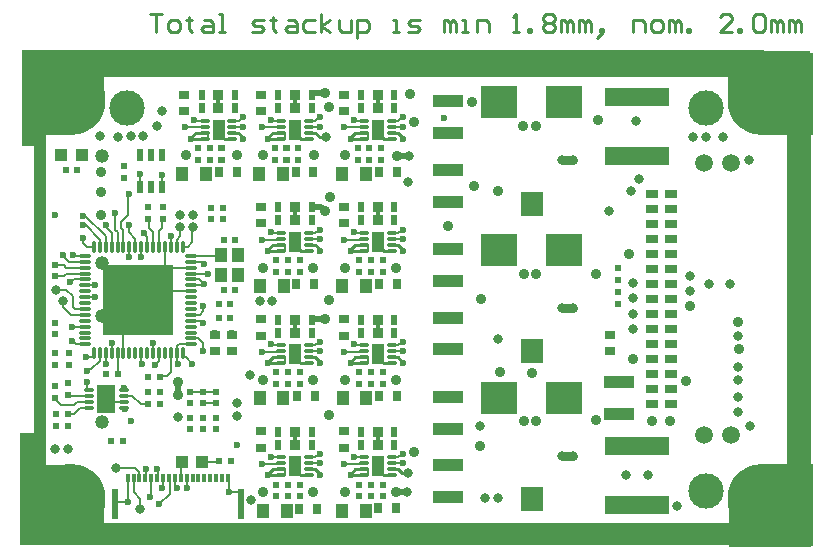
<source format=gtl>
G04 Layer_Physical_Order=1*
G04 Layer_Color=255*
%FSLAX44Y44*%
%MOMM*%
G71*
G01*
G75*
%ADD10R,3.1000X2.8000*%
%ADD11R,1.9000X2.0000*%
%ADD12R,0.2000X0.5000*%
%ADD13R,1.0000X1.7000*%
G04:AMPARAMS|DCode=14|XSize=0.3mm|YSize=0.8mm|CornerRadius=0.075mm|HoleSize=0mm|Usage=FLASHONLY|Rotation=270.000|XOffset=0mm|YOffset=0mm|HoleType=Round|Shape=RoundedRectangle|*
%AMROUNDEDRECTD14*
21,1,0.3000,0.6500,0,0,270.0*
21,1,0.1500,0.8000,0,0,270.0*
1,1,0.1500,-0.3250,-0.0750*
1,1,0.1500,-0.3250,0.0750*
1,1,0.1500,0.3250,0.0750*
1,1,0.1500,0.3250,-0.0750*
%
%ADD14ROUNDEDRECTD14*%
%ADD15R,1.1000X1.0000*%
%ADD16R,0.9000X0.8000*%
%ADD17R,0.7000X0.9000*%
%ADD18R,0.6000X0.9000*%
%ADD19R,0.9000X0.9000*%
%ADD20R,0.3000X0.4000*%
%ADD21R,1.1000X1.2000*%
%ADD22R,0.3000X0.7000*%
%ADD23R,0.6000X2.6000*%
%ADD24R,1.6500X2.4000*%
%ADD25R,6.0000X6.0000*%
G04:AMPARAMS|DCode=26|XSize=0.3mm|YSize=1mm|CornerRadius=0.12mm|HoleSize=0mm|Usage=FLASHONLY|Rotation=90.000|XOffset=0mm|YOffset=0mm|HoleType=Round|Shape=RoundedRectangle|*
%AMROUNDEDRECTD26*
21,1,0.3000,0.7600,0,0,90.0*
21,1,0.0600,1.0000,0,0,90.0*
1,1,0.2400,0.3800,0.0300*
1,1,0.2400,0.3800,-0.0300*
1,1,0.2400,-0.3800,-0.0300*
1,1,0.2400,-0.3800,0.0300*
%
%ADD26ROUNDEDRECTD26*%
G04:AMPARAMS|DCode=27|XSize=0.3mm|YSize=1mm|CornerRadius=0.12mm|HoleSize=0mm|Usage=FLASHONLY|Rotation=180.000|XOffset=0mm|YOffset=0mm|HoleType=Round|Shape=RoundedRectangle|*
%AMROUNDEDRECTD27*
21,1,0.3000,0.7600,0,0,180.0*
21,1,0.0600,1.0000,0,0,180.0*
1,1,0.2400,-0.0300,0.3800*
1,1,0.2400,0.0300,0.3800*
1,1,0.2400,0.0300,-0.3800*
1,1,0.2400,-0.0300,-0.3800*
%
%ADD27ROUNDEDRECTD27*%
%ADD28R,2.6000X1.1000*%
%ADD29R,0.6000X1.0500*%
%ADD30R,1.1400X0.7500*%
%ADD31R,0.6000X0.6000*%
%ADD32R,0.6000X0.6000*%
%ADD33R,1.0000X1.3000*%
%ADD34R,5.4000X1.5000*%
%ADD35C,0.2000*%
%ADD36C,0.5000*%
%ADD37C,0.2500*%
%ADD38C,0.2200*%
%ADD39C,0.8000*%
%ADD40C,0.2540*%
%ADD41R,4.2000X6.1500*%
%ADD42R,2.0750X33.7300*%
%ADD43R,6.9750X4.2000*%
%ADD44R,58.7500X1.9250*%
%ADD45R,1.0000X33.7000*%
%ADD46R,58.8500X2.3000*%
%ADD47C,1.1900*%
%ADD48C,3.0000*%
%ADD49C,6.0000*%
%ADD50C,1.5000*%
%ADD51C,0.8000*%
%ADD52C,0.9000*%
%ADD53C,0.6000*%
%ADD54C,0.7000*%
%ADD55R,1.6750X3.9000*%
%ADD56R,1.6750X5.5750*%
%ADD57R,1.6750X0.9000*%
%ADD58R,0.9000X1.6750*%
%ADD59R,1.4000X33.7300*%
%ADD60R,4.2000X6.9750*%
%ADD61R,6.4000X4.2000*%
%ADD62R,58.7500X1.1250*%
%ADD63R,58.8000X1.6000*%
D10*
X363821Y85743D02*
D03*
X418821D02*
D03*
Y210742D02*
D03*
X363821D02*
D03*
Y335742D02*
D03*
X418821D02*
D03*
D11*
X391321Y-258D02*
D03*
Y124742D02*
D03*
Y249743D02*
D03*
D12*
X117250Y307500D02*
D03*
X182250D02*
D03*
X252250D02*
D03*
Y212500D02*
D03*
X182250D02*
D03*
X252250Y117500D02*
D03*
X182250D02*
D03*
X252250Y22500D02*
D03*
X182250D02*
D03*
D13*
X126000Y312500D02*
D03*
X191000D02*
D03*
X261000D02*
D03*
Y217500D02*
D03*
X191000D02*
D03*
X261000Y122500D02*
D03*
X191000D02*
D03*
X261000Y27500D02*
D03*
X191000D02*
D03*
D14*
X114250Y305000D02*
D03*
Y310000D02*
D03*
Y315000D02*
D03*
Y320000D02*
D03*
X137750D02*
D03*
Y315000D02*
D03*
Y310000D02*
D03*
Y305000D02*
D03*
X179250D02*
D03*
Y310000D02*
D03*
Y315000D02*
D03*
Y320000D02*
D03*
X202750D02*
D03*
Y315000D02*
D03*
Y310000D02*
D03*
Y305000D02*
D03*
X249250D02*
D03*
Y310000D02*
D03*
Y315000D02*
D03*
Y320000D02*
D03*
X272750D02*
D03*
Y315000D02*
D03*
Y310000D02*
D03*
Y305000D02*
D03*
X249250Y210000D02*
D03*
Y215000D02*
D03*
Y220000D02*
D03*
Y225000D02*
D03*
X272750D02*
D03*
Y220000D02*
D03*
Y215000D02*
D03*
Y210000D02*
D03*
X179250D02*
D03*
Y215000D02*
D03*
Y220000D02*
D03*
Y225000D02*
D03*
X202750D02*
D03*
Y220000D02*
D03*
Y215000D02*
D03*
Y210000D02*
D03*
X249250Y115000D02*
D03*
Y120000D02*
D03*
Y125000D02*
D03*
Y130000D02*
D03*
X272750D02*
D03*
Y125000D02*
D03*
Y120000D02*
D03*
Y115000D02*
D03*
X179250D02*
D03*
Y120000D02*
D03*
Y125000D02*
D03*
Y130000D02*
D03*
X202750D02*
D03*
Y125000D02*
D03*
Y120000D02*
D03*
Y115000D02*
D03*
X249250Y20000D02*
D03*
Y25000D02*
D03*
Y30000D02*
D03*
Y35000D02*
D03*
X272750D02*
D03*
Y30000D02*
D03*
Y25000D02*
D03*
Y20000D02*
D03*
X179250D02*
D03*
Y25000D02*
D03*
Y30000D02*
D03*
Y35000D02*
D03*
X202750D02*
D03*
Y30000D02*
D03*
Y25000D02*
D03*
Y20000D02*
D03*
X16000Y77250D02*
D03*
Y82250D02*
D03*
Y87250D02*
D03*
Y92250D02*
D03*
X46000D02*
D03*
Y87250D02*
D03*
Y82250D02*
D03*
Y77250D02*
D03*
D15*
X10000Y290750D02*
D03*
X-7000D02*
D03*
X112000Y31500D02*
D03*
X95000D02*
D03*
D16*
X97000Y328250D02*
D03*
Y342250D02*
D03*
X162000Y328250D02*
D03*
Y342250D02*
D03*
X232000Y328250D02*
D03*
Y342250D02*
D03*
X162000Y233250D02*
D03*
Y247250D02*
D03*
X232000Y233250D02*
D03*
Y247250D02*
D03*
Y138250D02*
D03*
Y152250D02*
D03*
X162000Y138250D02*
D03*
Y152250D02*
D03*
Y43250D02*
D03*
Y57250D02*
D03*
X232000Y43250D02*
D03*
Y57250D02*
D03*
X137000Y139000D02*
D03*
Y125000D02*
D03*
X123000Y139000D02*
D03*
Y125000D02*
D03*
X457500Y124750D02*
D03*
Y138750D02*
D03*
D17*
X126250Y277000D02*
D03*
X141250D02*
D03*
X191250D02*
D03*
X206250D02*
D03*
X261750D02*
D03*
X276750D02*
D03*
X261750Y182000D02*
D03*
X276750D02*
D03*
X191750D02*
D03*
X206750D02*
D03*
X262250Y87000D02*
D03*
X277250D02*
D03*
X192250D02*
D03*
X207250D02*
D03*
X261250Y-8000D02*
D03*
X276250D02*
D03*
X194500Y-8250D02*
D03*
X209500D02*
D03*
D18*
X139750Y341750D02*
D03*
Y330750D02*
D03*
X111750D02*
D03*
Y341750D02*
D03*
X204750D02*
D03*
Y330750D02*
D03*
X176750D02*
D03*
Y341750D02*
D03*
X274750D02*
D03*
Y330750D02*
D03*
X246750D02*
D03*
Y341750D02*
D03*
X274750Y246750D02*
D03*
Y235750D02*
D03*
X246750D02*
D03*
Y246750D02*
D03*
X204750D02*
D03*
Y235750D02*
D03*
X176750D02*
D03*
Y246750D02*
D03*
X274750Y151750D02*
D03*
Y140750D02*
D03*
X246750D02*
D03*
Y151750D02*
D03*
X204750D02*
D03*
Y140750D02*
D03*
X176750D02*
D03*
Y151750D02*
D03*
X274750Y56750D02*
D03*
Y45750D02*
D03*
X246750D02*
D03*
Y56750D02*
D03*
X204750D02*
D03*
Y45750D02*
D03*
X176750D02*
D03*
Y56750D02*
D03*
D19*
X125750Y330750D02*
D03*
Y341750D02*
D03*
X190750Y330750D02*
D03*
Y341750D02*
D03*
X260750Y330750D02*
D03*
Y341750D02*
D03*
Y235750D02*
D03*
Y246750D02*
D03*
X190750Y235750D02*
D03*
Y246750D02*
D03*
X260750Y140750D02*
D03*
Y151750D02*
D03*
X190750Y140750D02*
D03*
Y151750D02*
D03*
X260750Y45750D02*
D03*
Y56750D02*
D03*
X190750Y45750D02*
D03*
Y56750D02*
D03*
D20*
X125750Y336250D02*
D03*
X190750D02*
D03*
X260750D02*
D03*
Y241250D02*
D03*
X190750D02*
D03*
X260750Y146250D02*
D03*
X190750D02*
D03*
X260750Y51250D02*
D03*
X190750D02*
D03*
D21*
X142250Y189500D02*
D03*
Y206500D02*
D03*
X128250D02*
D03*
Y189500D02*
D03*
D22*
X94000Y17500D02*
D03*
X89000D02*
D03*
X84000D02*
D03*
X79000D02*
D03*
X74000D02*
D03*
X69000D02*
D03*
X64000D02*
D03*
X59000D02*
D03*
X54000D02*
D03*
X49000D02*
D03*
X99000D02*
D03*
X104000D02*
D03*
X109000D02*
D03*
X114000D02*
D03*
X119000D02*
D03*
X124000D02*
D03*
X129000D02*
D03*
X134000D02*
D03*
D23*
X145000Y-4500D02*
D03*
X38000D02*
D03*
D24*
X31000Y84750D02*
D03*
D25*
X58000Y168250D02*
D03*
D26*
X13000Y130750D02*
D03*
Y135750D02*
D03*
Y140750D02*
D03*
Y145750D02*
D03*
Y150750D02*
D03*
Y155750D02*
D03*
Y160750D02*
D03*
Y165750D02*
D03*
Y170750D02*
D03*
Y175750D02*
D03*
Y180750D02*
D03*
Y185750D02*
D03*
Y190750D02*
D03*
Y195750D02*
D03*
Y200750D02*
D03*
Y205750D02*
D03*
X103000D02*
D03*
Y200750D02*
D03*
Y195750D02*
D03*
Y190750D02*
D03*
Y185750D02*
D03*
Y180750D02*
D03*
Y175750D02*
D03*
Y170750D02*
D03*
Y165750D02*
D03*
Y160750D02*
D03*
Y155750D02*
D03*
Y150750D02*
D03*
Y145750D02*
D03*
Y140750D02*
D03*
Y135750D02*
D03*
Y130750D02*
D03*
D27*
X20500Y213250D02*
D03*
X25500D02*
D03*
X30500D02*
D03*
X35500D02*
D03*
X40500D02*
D03*
X45500D02*
D03*
X50500D02*
D03*
X55500D02*
D03*
X60500D02*
D03*
X65500D02*
D03*
X70500D02*
D03*
X75500D02*
D03*
X80500D02*
D03*
X85500D02*
D03*
X90500D02*
D03*
X95500D02*
D03*
Y123250D02*
D03*
X90500D02*
D03*
X85500D02*
D03*
X80500D02*
D03*
X75500D02*
D03*
X70500D02*
D03*
X65500D02*
D03*
X60500D02*
D03*
X55500D02*
D03*
X50500D02*
D03*
X45500D02*
D03*
X40500D02*
D03*
X35500D02*
D03*
X30500D02*
D03*
X25500D02*
D03*
X20500D02*
D03*
D28*
X465000Y98500D02*
D03*
Y71500D02*
D03*
X320000Y28500D02*
D03*
Y1500D02*
D03*
Y153500D02*
D03*
Y126500D02*
D03*
Y278500D02*
D03*
Y251500D02*
D03*
X320071Y86493D02*
D03*
Y59493D02*
D03*
Y211493D02*
D03*
Y184492D02*
D03*
Y336493D02*
D03*
Y309492D02*
D03*
D29*
X78250Y291000D02*
D03*
X68750D02*
D03*
X59250D02*
D03*
Y264000D02*
D03*
X68750D02*
D03*
X78250D02*
D03*
D30*
X493250Y80450D02*
D03*
Y93150D02*
D03*
Y105850D02*
D03*
Y118550D02*
D03*
Y131250D02*
D03*
Y143950D02*
D03*
Y156650D02*
D03*
Y169350D02*
D03*
Y182050D02*
D03*
Y194750D02*
D03*
Y207450D02*
D03*
Y220150D02*
D03*
Y232850D02*
D03*
Y245550D02*
D03*
Y258250D02*
D03*
X508850D02*
D03*
Y245550D02*
D03*
Y232850D02*
D03*
Y220150D02*
D03*
Y207450D02*
D03*
Y194750D02*
D03*
Y182050D02*
D03*
Y169350D02*
D03*
Y156650D02*
D03*
Y143950D02*
D03*
Y131250D02*
D03*
Y118550D02*
D03*
Y105850D02*
D03*
Y93150D02*
D03*
Y80450D02*
D03*
D31*
X464000Y165250D02*
D03*
Y175250D02*
D03*
Y195000D02*
D03*
Y185000D02*
D03*
X112750Y68750D02*
D03*
Y58750D02*
D03*
X102000Y68750D02*
D03*
Y58750D02*
D03*
X123500D02*
D03*
Y68750D02*
D03*
X130000Y246500D02*
D03*
Y236500D02*
D03*
X119250D02*
D03*
Y246500D02*
D03*
X-12250Y198250D02*
D03*
Y188250D02*
D03*
X-12500Y139250D02*
D03*
Y149250D02*
D03*
Y123500D02*
D03*
Y113500D02*
D03*
Y85250D02*
D03*
Y95250D02*
D03*
X-750Y113500D02*
D03*
Y123500D02*
D03*
X79000Y237000D02*
D03*
Y247000D02*
D03*
X66500D02*
D03*
Y237000D02*
D03*
X-1250Y88000D02*
D03*
Y98000D02*
D03*
X46250Y281750D02*
D03*
Y271750D02*
D03*
X174750Y12000D02*
D03*
Y2000D02*
D03*
X244750D02*
D03*
Y12000D02*
D03*
X174750Y107000D02*
D03*
Y97000D02*
D03*
X244750D02*
D03*
Y107000D02*
D03*
X174750Y202000D02*
D03*
Y192000D02*
D03*
X244750D02*
D03*
Y202000D02*
D03*
X244000Y297000D02*
D03*
Y287000D02*
D03*
X174000D02*
D03*
Y297000D02*
D03*
X109000D02*
D03*
Y287000D02*
D03*
X195250Y2000D02*
D03*
Y12000D02*
D03*
X265250D02*
D03*
Y2000D02*
D03*
X195250Y97000D02*
D03*
Y107000D02*
D03*
X265250D02*
D03*
Y97000D02*
D03*
X195250Y192000D02*
D03*
Y202000D02*
D03*
X265250D02*
D03*
Y192000D02*
D03*
X263500Y287000D02*
D03*
Y297000D02*
D03*
X193500D02*
D03*
Y287000D02*
D03*
X128500D02*
D03*
Y297000D02*
D03*
X112750Y90750D02*
D03*
Y80750D02*
D03*
X102000Y90750D02*
D03*
Y80750D02*
D03*
X123500D02*
D03*
Y90750D02*
D03*
X185000Y12000D02*
D03*
Y2000D02*
D03*
X255000D02*
D03*
Y12000D02*
D03*
X185000Y107000D02*
D03*
Y97000D02*
D03*
X255000D02*
D03*
Y107000D02*
D03*
X185000Y202000D02*
D03*
Y192000D02*
D03*
X255000D02*
D03*
Y202000D02*
D03*
X253750Y297000D02*
D03*
Y287000D02*
D03*
X183750D02*
D03*
Y297000D02*
D03*
X118750D02*
D03*
Y287000D02*
D03*
D32*
X35000Y48750D02*
D03*
X45000D02*
D03*
X126000Y153500D02*
D03*
X136000D02*
D03*
X126750Y32000D02*
D03*
X136750D02*
D03*
X130250Y177000D02*
D03*
X140250D02*
D03*
X130250Y219000D02*
D03*
X140250D02*
D03*
X136000Y165000D02*
D03*
X126000D02*
D03*
X-1250Y62000D02*
D03*
X-11250D02*
D03*
X66250Y103000D02*
D03*
X76250D02*
D03*
X41000Y105750D02*
D03*
X31000D02*
D03*
X6500Y278500D02*
D03*
X-3500D02*
D03*
X-1250Y72000D02*
D03*
X-11250D02*
D03*
X76250Y90500D02*
D03*
X66250D02*
D03*
X76250Y80000D02*
D03*
X66250D02*
D03*
D33*
X163750Y-10000D02*
D03*
X183750D02*
D03*
X160750Y85000D02*
D03*
X180750D02*
D03*
X231000D02*
D03*
X251000D02*
D03*
X161000Y180000D02*
D03*
X181000D02*
D03*
X230750D02*
D03*
X250750D02*
D03*
X230750Y275000D02*
D03*
X250750D02*
D03*
X160250D02*
D03*
X180250D02*
D03*
X95250D02*
D03*
X115250D02*
D03*
X230500Y-10000D02*
D03*
X250500D02*
D03*
D34*
X480000Y340000D02*
D03*
Y290000D02*
D03*
Y-5000D02*
D03*
Y45000D02*
D03*
D35*
X58500Y18500D02*
X59500Y17500D01*
X84500Y4000D02*
Y17500D01*
X75750Y-4750D02*
X84500Y4000D01*
X79000Y17000D02*
X79500Y17500D01*
X79000Y10000D02*
Y17000D01*
X78500Y9500D02*
X79000Y10000D01*
X54000Y15000D02*
X54500Y15500D01*
X54000Y5750D02*
Y15000D01*
Y5750D02*
X59500Y250D01*
X134500Y5750D02*
Y17500D01*
X11250Y216750D02*
Y220750D01*
X12375Y240375D02*
X30500Y222250D01*
X137750Y315000D02*
X147000D01*
X146000Y323000D02*
X147000D01*
X143000Y320000D02*
X146000Y323000D01*
X137750Y320000D02*
X143000D01*
X106250D02*
X114250D01*
X105500Y320750D02*
X106250Y320000D01*
X97500Y314500D02*
X114000D01*
X202750Y315000D02*
X212000D01*
X211000Y323000D02*
X212000D01*
X208000Y320000D02*
X211000Y323000D01*
X202750Y320000D02*
X208000D01*
X162500Y314500D02*
X179000D01*
X272750Y315000D02*
X282000D01*
X281000Y323000D02*
X282000D01*
X278000Y320000D02*
X281000Y323000D01*
X272750Y320000D02*
X278000D01*
X241250D02*
X249250D01*
X240500Y320750D02*
X241250Y320000D01*
X232500Y314500D02*
X249000D01*
X202750Y220000D02*
X212000D01*
X211000Y228000D02*
X212000D01*
X208000Y225000D02*
X211000Y228000D01*
X202750Y225000D02*
X208000D01*
X171250D02*
X179250D01*
X170500Y225750D02*
X171250Y225000D01*
X162500Y219500D02*
X179000D01*
X272750Y220000D02*
X282000D01*
X281000Y228000D02*
X282000D01*
X278000Y225000D02*
X281000Y228000D01*
X272750Y225000D02*
X278000D01*
X241250D02*
X249250D01*
X240500Y225750D02*
X241250Y225000D01*
X232500Y219500D02*
X249000D01*
X272750Y125000D02*
X282000D01*
X281000Y133000D02*
X282000D01*
X278000Y130000D02*
X281000Y133000D01*
X272750Y130000D02*
X278000D01*
X241250D02*
X249250D01*
X240500Y130750D02*
X241250Y130000D01*
X232500Y124500D02*
X249000D01*
X202750Y125000D02*
X212000D01*
X211000Y133000D02*
X212000D01*
X208000Y130000D02*
X211000Y133000D01*
X202750Y130000D02*
X208000D01*
X171250D02*
X179250D01*
X170500Y130750D02*
X171250Y130000D01*
X162500Y124500D02*
X179000D01*
X202750Y30000D02*
X212000D01*
X211000Y38000D02*
X212000D01*
X208000Y35000D02*
X211000Y38000D01*
X202750Y35000D02*
X208000D01*
X171250D02*
X179250D01*
X170500Y35750D02*
X171250Y35000D01*
X162500Y29500D02*
X179000D01*
X241250Y35000D02*
X249250D01*
X240500Y35750D02*
X241250Y35000D01*
X281000Y38000D02*
X282000D01*
X278000Y35000D02*
X281000Y38000D01*
X272750Y35000D02*
X278000D01*
X272750Y30000D02*
X282000D01*
X232500Y29500D02*
X249000D01*
X-2750Y195750D02*
X13000D01*
X-1250Y72000D02*
X3250D01*
X8500Y77250D01*
X16000D01*
X25500Y117000D02*
Y123250D01*
X18000Y109500D02*
X25500Y117000D01*
X15000Y109500D02*
X18000D01*
X14250Y108750D02*
X15000Y109500D01*
X14250Y92250D02*
X16000D01*
X14250D02*
Y98500D01*
X60000Y80250D02*
X64250D01*
X53000Y87250D02*
X60000Y80250D01*
X-12500Y84250D02*
Y85250D01*
Y84250D02*
X-7750Y79500D01*
X85500Y213250D02*
Y224250D01*
X112500Y124750D02*
Y132250D01*
X109000Y135750D02*
X112500Y132250D01*
X103000Y135750D02*
X109000D01*
X102500Y131250D02*
X103000Y130750D01*
X92250Y131250D02*
X102500D01*
X90500Y129500D02*
X92250Y131250D01*
X90500Y123250D02*
Y129500D01*
X30500Y214250D02*
X31000Y213750D01*
X30500Y213250D02*
X31000Y213750D01*
X113000Y158750D02*
Y163500D01*
X30500Y213250D02*
X30500Y213250D01*
X3000Y205750D02*
X13000D01*
X20500Y120000D02*
Y123250D01*
X13750Y120000D02*
X20500D01*
X59500Y-8250D02*
Y250D01*
X2000Y133750D02*
X5000Y130750D01*
X13000D01*
X110000Y155750D02*
X113000Y158750D01*
X110000Y150750D02*
X111500Y149250D01*
X103500Y155750D02*
X110000D01*
X103500Y150750D02*
X110000D01*
X60500Y115500D02*
Y123250D01*
X99500Y9500D02*
Y17500D01*
X64500D02*
Y25000D01*
X-500Y87250D02*
X16000D01*
X6250Y82250D02*
X16000D01*
X3500Y79500D02*
X6250Y82250D01*
X-7750Y79500D02*
X3500D01*
X40500Y105750D02*
Y123250D01*
X45500D02*
Y155750D01*
X74500Y17500D02*
Y25000D01*
X89500Y10500D02*
Y17500D01*
Y10500D02*
X90500Y9500D01*
X2250Y145750D02*
X13000D01*
X30500Y114500D02*
Y123250D01*
X35500Y123250D02*
Y132000D01*
X33500Y82250D02*
X46000D01*
Y87250D02*
X53000D01*
X85500Y195750D02*
X103000D01*
Y200750D02*
X111000D01*
X103000Y205750D02*
X123250D01*
X65500Y175750D02*
X103000D01*
Y190750D02*
X117000D01*
X103000Y185750D02*
X109500D01*
X114500Y180750D01*
X103000D02*
X114500D01*
X80500Y190750D02*
Y213250D01*
X75500D02*
Y226500D01*
X94500Y17500D02*
Y31000D01*
X112000Y31500D02*
X126250D01*
X39250Y26000D02*
X55250D01*
X69000Y2000D02*
Y17750D01*
X49250Y-2500D02*
Y17500D01*
X40750Y-2500D02*
X49250D01*
X134500Y5750D02*
X134500Y5750D01*
X134500Y5750D02*
X144750D01*
X58500Y18500D02*
Y22750D01*
X55250Y26000D02*
X58500Y22750D01*
X59250Y264000D02*
Y274750D01*
X78250Y264000D02*
Y274500D01*
X75500Y226500D02*
X78250Y229250D01*
Y237000D01*
X67250Y229500D02*
Y237000D01*
Y229500D02*
X70500Y226250D01*
Y213250D02*
Y226250D01*
X70500Y122750D02*
Y131500D01*
X55500Y213250D02*
Y220250D01*
X30500Y214250D02*
Y222250D01*
X11250Y216750D02*
X14500Y213500D01*
X20500D01*
Y215000D01*
X50000Y231500D02*
X50000Y225750D01*
X55500Y220250D01*
X38750Y227500D02*
Y241750D01*
Y227500D02*
X40500Y225750D01*
Y213250D02*
Y225750D01*
X31250Y229000D02*
Y231000D01*
Y229000D02*
X35500Y224750D01*
Y213250D02*
Y224750D01*
X50500Y205500D02*
Y213250D01*
X45500D02*
Y227250D01*
X43500Y229250D02*
X45500Y227250D01*
X43500Y229250D02*
Y234000D01*
X49750Y240250D01*
Y257500D01*
X171250Y320000D02*
X179250D01*
X170500Y320750D02*
X171250Y320000D01*
X111000Y200750D02*
X113250Y198500D01*
X113750D01*
X112750Y80750D02*
X123500D01*
X102000Y90750D02*
X112750D01*
X123500D01*
X60500Y205000D02*
Y213250D01*
X65500D02*
Y222000D01*
X62750Y224750D02*
X65500Y222000D01*
X-5250Y198250D02*
X-2750Y195750D01*
X-12250Y198250D02*
X-5250D01*
X-12250Y188250D02*
X-5250D01*
X11500Y231500D02*
X13500D01*
X25500Y219500D01*
Y213250D02*
Y219500D01*
X3500Y185750D02*
X13000D01*
X9000Y180750D02*
X13000D01*
X20750D01*
X1750Y184000D02*
X3500Y185750D01*
X-5250Y188250D02*
X-2750Y190750D01*
X13000D01*
X-6000Y206000D02*
X-250Y200250D01*
X12500D01*
X13000Y200750D01*
X-11750Y176750D02*
X-2851D01*
X2500Y171399D01*
Y162750D02*
Y171399D01*
Y162750D02*
X4500Y160750D01*
X13000D01*
X-5500Y162250D02*
Y167250D01*
Y162250D02*
X1000Y155750D01*
X13000D01*
X13250Y170750D02*
X21000D01*
X75500Y116750D02*
Y123250D01*
X90500Y115250D02*
X91750Y114000D01*
X90500Y115250D02*
Y123250D01*
X98250Y119750D02*
X103750Y114250D01*
X96250Y119750D02*
X98250D01*
X90500Y213250D02*
Y219250D01*
X93750Y222500D01*
Y229750D01*
X95500Y213250D02*
X99750D01*
X103750Y217250D01*
Y230000D01*
X72000Y113250D02*
X75500Y116750D01*
X85500Y107500D02*
Y123250D01*
X76250Y103000D02*
X77500Y104250D01*
X78000D02*
X82250D01*
X85500Y107500D01*
D36*
X213000Y246750D02*
X216250Y243500D01*
X206500Y246750D02*
X213000D01*
X205500Y245750D02*
X206500Y246750D01*
X91750Y88250D02*
Y98500D01*
X276000Y5750D02*
X285750D01*
X276250Y290500D02*
X287000D01*
X205250Y152250D02*
X215750D01*
X205500Y343000D02*
X206000Y343500D01*
X216500D01*
D37*
X167750Y20000D02*
X179250D01*
X167000D02*
X167750D01*
X237750D02*
X249250D01*
X237000D02*
X237750D01*
Y115000D02*
X249250D01*
X237000D02*
X237750D01*
X167750D02*
X179250D01*
X167000D02*
X167750D01*
Y210000D02*
X179250D01*
X167000D02*
X167750D01*
X237750D02*
X249250D01*
X237000D02*
X237750D01*
Y305000D02*
X249250D01*
X237000D02*
X237750D01*
X167750D02*
X179250D01*
X167000D02*
X167750D01*
X102750D02*
X114250D01*
X102000D02*
X102750D01*
X106750Y310000D02*
X114250D01*
X103000Y306250D02*
X106750Y310000D01*
X171750D02*
X179250D01*
X168000Y306250D02*
X171750Y310000D01*
X241750D02*
X249250D01*
X238000Y306250D02*
X241750Y310000D01*
X171750Y215000D02*
X179250D01*
X168000Y211250D02*
X171750Y215000D01*
X241750D02*
X249250D01*
X238000Y211250D02*
X241750Y215000D01*
Y120000D02*
X249250D01*
X238000Y116250D02*
X241750Y120000D01*
X171750D02*
X179250D01*
X168000Y116250D02*
X171750Y120000D01*
Y25000D02*
X179250D01*
X168000Y21250D02*
X171750Y25000D01*
X238000Y21250D02*
X241750Y25000D01*
X249250D01*
D38*
X281250Y21500D02*
X286500D01*
X142750Y310000D02*
X146500Y306250D01*
X137750Y310000D02*
X142750D01*
X130750Y305000D02*
X137750D01*
X129500Y306250D02*
X130750Y305000D01*
X211500Y306250D02*
X217000D01*
X207750Y310000D02*
X211500Y306250D01*
X202750Y310000D02*
X207750D01*
X195750Y305000D02*
X202750D01*
X194500Y306250D02*
X195750Y305000D01*
X277750Y310000D02*
X281500Y306250D01*
X272750Y310000D02*
X277750D01*
X265750Y305000D02*
X272750D01*
X264500Y306250D02*
X265750Y305000D01*
X207750Y215000D02*
X211500Y211250D01*
X202750Y215000D02*
X207750D01*
X195750Y210000D02*
X202750D01*
X194500Y211250D02*
X195750Y210000D01*
X277750Y215000D02*
X281500Y211250D01*
X272750Y215000D02*
X277750D01*
X265750Y210000D02*
X272750D01*
X264500Y211250D02*
X265750Y210000D01*
X277750Y120000D02*
X281500Y116250D01*
X272750Y120000D02*
X277750D01*
X265750Y115000D02*
X272750D01*
X264500Y116250D02*
X265750Y115000D01*
X207750Y120000D02*
X211500Y116250D01*
X202750Y120000D02*
X207750D01*
X195750Y115000D02*
X202750D01*
X194500Y116250D02*
X195750Y115000D01*
X207750Y25000D02*
X211500Y21250D01*
X202750Y25000D02*
X207750D01*
X195750Y20000D02*
X202750D01*
X194500Y21250D02*
X195750Y20000D01*
X277750Y25000D02*
X281250Y21500D01*
X272750Y25000D02*
X277750D01*
X264500Y21250D02*
X265750Y20000D01*
X272750D01*
X211500Y21250D02*
X212000D01*
X281500Y116250D02*
X282000D01*
X211500D02*
X212000D01*
X211500Y211250D02*
X212000D01*
X281500D02*
X282000D01*
X281500Y306250D02*
X282000D01*
X146500D02*
X147000D01*
D39*
X417000Y286500D02*
X426250D01*
X417000Y161500D02*
X426250D01*
X417000Y36500D02*
X426250D01*
D40*
X68000Y410235D02*
X78157D01*
X73078D01*
Y395000D01*
X85774D02*
X90853D01*
X93392Y397539D01*
Y402617D01*
X90853Y405157D01*
X85774D01*
X83235Y402617D01*
Y397539D01*
X85774Y395000D01*
X101009Y407696D02*
Y405157D01*
X98470D01*
X103548D01*
X101009D01*
Y397539D01*
X103548Y395000D01*
X113705Y405157D02*
X118784D01*
X121323Y402617D01*
Y395000D01*
X113705D01*
X111166Y397539D01*
X113705Y400078D01*
X121323D01*
X126401Y395000D02*
X131479D01*
X128940D01*
Y410235D01*
X126401D01*
X154332Y395000D02*
X161950D01*
X164489Y397539D01*
X161950Y400078D01*
X156871D01*
X154332Y402617D01*
X156871Y405157D01*
X164489D01*
X172106Y407696D02*
Y405157D01*
X169567D01*
X174646D01*
X172106D01*
Y397539D01*
X174646Y395000D01*
X184802Y405157D02*
X189881D01*
X192420Y402617D01*
Y395000D01*
X184802D01*
X182263Y397539D01*
X184802Y400078D01*
X192420D01*
X207655Y405157D02*
X200037D01*
X197498Y402617D01*
Y397539D01*
X200037Y395000D01*
X207655D01*
X212733D02*
Y410235D01*
Y400078D02*
X220351Y405157D01*
X212733Y400078D02*
X220351Y395000D01*
X227968Y405157D02*
Y397539D01*
X230507Y395000D01*
X238125D01*
Y405157D01*
X243203Y389922D02*
Y405157D01*
X250821D01*
X253360Y402617D01*
Y397539D01*
X250821Y395000D01*
X243203D01*
X273673D02*
X278752D01*
X276213D01*
Y405157D01*
X273673D01*
X286369Y395000D02*
X293987D01*
X296526Y397539D01*
X293987Y400078D01*
X288909D01*
X286369Y402617D01*
X288909Y405157D01*
X296526D01*
X316840Y395000D02*
Y405157D01*
X319379D01*
X321918Y402617D01*
Y395000D01*
Y402617D01*
X324457Y405157D01*
X326996Y402617D01*
Y395000D01*
X332075D02*
X337153D01*
X334614D01*
Y405157D01*
X332075D01*
X344770Y395000D02*
Y405157D01*
X352388D01*
X354927Y402617D01*
Y395000D01*
X375241D02*
X380319D01*
X377780D01*
Y410235D01*
X375241Y407696D01*
X387937Y395000D02*
Y397539D01*
X390476D01*
Y395000D01*
X387937D01*
X400632Y407696D02*
X403172Y410235D01*
X408250D01*
X410789Y407696D01*
Y405157D01*
X408250Y402617D01*
X410789Y400078D01*
Y397539D01*
X408250Y395000D01*
X403172D01*
X400632Y397539D01*
Y400078D01*
X403172Y402617D01*
X400632Y405157D01*
Y407696D01*
X403172Y402617D02*
X408250D01*
X415867Y395000D02*
Y405157D01*
X418407D01*
X420946Y402617D01*
Y395000D01*
Y402617D01*
X423485Y405157D01*
X426024Y402617D01*
Y395000D01*
X431102D02*
Y405157D01*
X433642D01*
X436181Y402617D01*
Y395000D01*
Y402617D01*
X438720Y405157D01*
X441259Y402617D01*
Y395000D01*
X448877Y392461D02*
X451416Y395000D01*
Y397539D01*
X448877D01*
Y395000D01*
X451416D01*
X448877Y392461D01*
X446338Y389922D01*
X476808Y395000D02*
Y405157D01*
X484425D01*
X486964Y402617D01*
Y395000D01*
X494582D02*
X499660D01*
X502200Y397539D01*
Y402617D01*
X499660Y405157D01*
X494582D01*
X492043Y402617D01*
Y397539D01*
X494582Y395000D01*
X507278D02*
Y405157D01*
X509817D01*
X512356Y402617D01*
Y395000D01*
Y402617D01*
X514895Y405157D01*
X517435Y402617D01*
Y395000D01*
X522513D02*
Y397539D01*
X525052D01*
Y395000D01*
X522513D01*
X560601D02*
X550444D01*
X560601Y405157D01*
Y407696D01*
X558061Y410235D01*
X552983D01*
X550444Y407696D01*
X565679Y395000D02*
Y397539D01*
X568218D01*
Y395000D01*
X565679D01*
X578375Y407696D02*
X580914Y410235D01*
X585992D01*
X588532Y407696D01*
Y397539D01*
X585992Y395000D01*
X580914D01*
X578375Y397539D01*
Y407696D01*
X593610Y395000D02*
Y405157D01*
X596149D01*
X598688Y402617D01*
Y395000D01*
Y402617D01*
X601227Y405157D01*
X603767Y402617D01*
Y395000D01*
X608845D02*
Y405157D01*
X611384D01*
X613923Y402617D01*
Y395000D01*
Y402617D01*
X616463Y405157D01*
X619002Y402617D01*
Y395000D01*
D41*
X-21250Y-1750D02*
D03*
Y-8250D02*
D03*
D42*
X617625Y168850D02*
D03*
D43*
X-5375Y-18250D02*
D03*
Y358750D02*
D03*
X592625Y-19250D02*
D03*
X592375Y358250D02*
D03*
D44*
X294750Y-29375D02*
D03*
D45*
X-24750Y168500D02*
D03*
D46*
X293500Y368500D02*
D03*
D47*
X27000Y155000D02*
D03*
Y65000D02*
D03*
Y200000D02*
D03*
Y290000D02*
D03*
D48*
X48650Y330650D02*
D03*
X538650Y6650D02*
D03*
Y330650D02*
D03*
D49*
X587300Y0D02*
D03*
Y337300D02*
D03*
X0D02*
D03*
Y0D02*
D03*
D50*
X559550Y284250D02*
D03*
Y54450D02*
D03*
X536950D02*
D03*
Y284250D02*
D03*
D51*
X566000Y137500D02*
D03*
X514000Y-6250D02*
D03*
X476750Y156250D02*
D03*
X347500Y61250D02*
D03*
X351750Y500D02*
D03*
X25500Y307250D02*
D03*
X41250Y306750D02*
D03*
X51750Y307000D02*
D03*
X152250Y104750D02*
D03*
X559000Y182000D02*
D03*
X541500Y181750D02*
D03*
X482250Y271000D02*
D03*
X141500Y81500D02*
D03*
X91250Y69500D02*
D03*
X141500Y70250D02*
D03*
X565750Y100250D02*
D03*
X566000Y86000D02*
D03*
X62250Y307000D02*
D03*
X171000Y167500D02*
D03*
X161000D02*
D03*
X285750Y5750D02*
D03*
X538500Y306250D02*
D03*
X528000D02*
D03*
X426250Y286500D02*
D03*
X417000D02*
D03*
X426250Y161500D02*
D03*
X417000D02*
D03*
X363000Y135500D02*
D03*
X-1750Y42000D02*
D03*
X73500Y315500D02*
D03*
X552750Y306250D02*
D03*
X36750Y361750D02*
D03*
X-12250Y42250D02*
D03*
X39250Y26000D02*
D03*
X538500Y-24750D02*
D03*
X612000Y287500D02*
D03*
X552250Y361750D02*
D03*
X-24750Y306500D02*
D03*
X611750Y32000D02*
D03*
X362500Y500D02*
D03*
X417000Y36500D02*
D03*
X426250D02*
D03*
X489750Y20000D02*
D03*
X479500Y319500D02*
D03*
X476750Y143950D02*
D03*
Y169983D02*
D03*
X475000Y260250D02*
D03*
X525000Y188500D02*
D03*
X456250Y243750D02*
D03*
X476750Y183000D02*
D03*
X286500Y21500D02*
D03*
X217000Y306250D02*
D03*
X77750Y328250D02*
D03*
X287000Y290500D02*
D03*
X575000Y287000D02*
D03*
X310750Y361750D02*
D03*
X59250Y-8250D02*
D03*
X153750Y-1250D02*
D03*
X575750Y62000D02*
D03*
X566000Y112000D02*
D03*
X-11750Y176750D02*
D03*
X-5500Y167250D02*
D03*
X471000Y20000D02*
D03*
X525000Y175750D02*
D03*
X566000Y73750D02*
D03*
X469000Y362250D02*
D03*
X104000Y230000D02*
D03*
X93750Y229750D02*
D03*
X104000Y240000D02*
D03*
X93750D02*
D03*
X27750Y-24750D02*
D03*
X286500Y268000D02*
D03*
D52*
X566250Y127000D02*
D03*
X220000Y255750D02*
D03*
X216250Y243500D02*
D03*
X566000Y149500D02*
D03*
X91750Y98500D02*
D03*
X276000Y100750D02*
D03*
Y195750D02*
D03*
X447500Y320500D02*
D03*
X26750Y277000D02*
D03*
Y259750D02*
D03*
X521500Y99750D02*
D03*
X508250Y65750D02*
D03*
X91750Y88250D02*
D03*
X342500Y264500D02*
D03*
X363000Y260500D02*
D03*
X394500Y315750D02*
D03*
X445250Y190500D02*
D03*
X394500Y190750D02*
D03*
X98250Y290750D02*
D03*
X163250D02*
D03*
X233250D02*
D03*
X206000Y195750D02*
D03*
X163250D02*
D03*
X233250D02*
D03*
Y100750D02*
D03*
X206000D02*
D03*
X163250D02*
D03*
X206000Y5750D02*
D03*
X163250D02*
D03*
X233250D02*
D03*
X276000D02*
D03*
X364000Y107500D02*
D03*
X340250Y336000D02*
D03*
X219250Y168250D02*
D03*
X287750Y343000D02*
D03*
X394500Y65750D02*
D03*
X445250Y66500D02*
D03*
X391500Y106250D02*
D03*
X493250Y65750D02*
D03*
X476750Y118500D02*
D03*
X525000Y163000D02*
D03*
X291750Y40000D02*
D03*
Y319250D02*
D03*
X141750Y290750D02*
D03*
X206750Y291000D02*
D03*
X277250Y290500D02*
D03*
X384000Y315750D02*
D03*
X348250Y169500D02*
D03*
X384500Y65750D02*
D03*
X384250Y190500D02*
D03*
X26500Y240250D02*
D03*
X215750Y152250D02*
D03*
X219500Y331750D02*
D03*
X216500Y343500D02*
D03*
X473750Y207250D02*
D03*
X347500Y44750D02*
D03*
X219250Y71000D02*
D03*
X320250Y230750D02*
D03*
D53*
X75500Y-4750D02*
D03*
X49250Y-2750D02*
D03*
X510000Y220250D02*
D03*
X282000Y30000D02*
D03*
X246750Y44750D02*
D03*
X167750Y20000D02*
D03*
X464000Y165250D02*
D03*
Y175250D02*
D03*
Y185000D02*
D03*
Y195000D02*
D03*
X176750Y45750D02*
D03*
X410250Y335750D02*
D03*
X418821Y335742D02*
D03*
X410250Y210750D02*
D03*
X418821Y210742D02*
D03*
X355500Y335750D02*
D03*
X363821Y335742D02*
D03*
X391321Y249743D02*
D03*
X355250Y210750D02*
D03*
X363821Y210742D02*
D03*
X391321Y124742D02*
D03*
X355750Y85750D02*
D03*
X363821Y85743D02*
D03*
X391321Y-258D02*
D03*
X108750Y287000D02*
D03*
Y297000D02*
D03*
X128250D02*
D03*
Y287000D02*
D03*
X139750Y343000D02*
D03*
Y329750D02*
D03*
X126250Y277000D02*
D03*
X147000Y305000D02*
D03*
Y315000D02*
D03*
Y323000D02*
D03*
X105500Y320750D02*
D03*
X97500Y314500D02*
D03*
X102750Y305000D02*
D03*
X141250Y277000D02*
D03*
X125750Y343000D02*
D03*
X126000Y317000D02*
D03*
Y309000D02*
D03*
X125750Y329750D02*
D03*
X118500Y297000D02*
D03*
Y287000D02*
D03*
X173750D02*
D03*
Y297000D02*
D03*
X193250D02*
D03*
X204750Y329750D02*
D03*
X191250Y277000D02*
D03*
X212000Y315000D02*
D03*
Y323000D02*
D03*
X162500Y314500D02*
D03*
X167750Y305000D02*
D03*
X206250Y277000D02*
D03*
X190750Y343000D02*
D03*
X191000Y317000D02*
D03*
Y309000D02*
D03*
X190750Y329750D02*
D03*
X183500Y297000D02*
D03*
Y287000D02*
D03*
X243750D02*
D03*
Y297000D02*
D03*
X232000Y328250D02*
D03*
Y342250D02*
D03*
X263250Y297000D02*
D03*
Y287000D02*
D03*
X261750Y277000D02*
D03*
X282000Y305000D02*
D03*
Y315000D02*
D03*
Y323000D02*
D03*
X240500Y320750D02*
D03*
X232500Y314500D02*
D03*
X237750Y305000D02*
D03*
X276750Y277000D02*
D03*
X261000Y317000D02*
D03*
Y309000D02*
D03*
X260750Y329750D02*
D03*
X253500Y297000D02*
D03*
Y287000D02*
D03*
X174750Y192000D02*
D03*
Y202000D02*
D03*
X162000Y233250D02*
D03*
Y247250D02*
D03*
X195250Y202000D02*
D03*
Y192000D02*
D03*
X204750Y235750D02*
D03*
X191750Y182000D02*
D03*
X212000Y210000D02*
D03*
Y220000D02*
D03*
Y228000D02*
D03*
X170500Y225750D02*
D03*
X162500Y219500D02*
D03*
X167750Y210000D02*
D03*
X206750Y182000D02*
D03*
X190750Y247750D02*
D03*
X191000Y222000D02*
D03*
Y214000D02*
D03*
X190750Y235750D02*
D03*
X185000Y202000D02*
D03*
Y192000D02*
D03*
X244750D02*
D03*
Y202000D02*
D03*
X232000Y233250D02*
D03*
X265250Y202000D02*
D03*
Y192000D02*
D03*
X274750Y248000D02*
D03*
Y235750D02*
D03*
X261750Y182000D02*
D03*
X282000Y210000D02*
D03*
Y220000D02*
D03*
Y228000D02*
D03*
X240500Y225750D02*
D03*
X232500Y219500D02*
D03*
X237750Y210000D02*
D03*
X276750Y182000D02*
D03*
X260750Y248000D02*
D03*
X261000Y222000D02*
D03*
Y214000D02*
D03*
X260750Y235750D02*
D03*
X255000Y202000D02*
D03*
Y192000D02*
D03*
X244750Y97000D02*
D03*
Y107000D02*
D03*
X265250D02*
D03*
Y97000D02*
D03*
X274750Y153000D02*
D03*
Y140750D02*
D03*
X246750D02*
D03*
X262250Y87000D02*
D03*
X282000Y115000D02*
D03*
Y125000D02*
D03*
Y133000D02*
D03*
X240500Y130750D02*
D03*
X232500Y124500D02*
D03*
X237750Y115000D02*
D03*
X277250Y87000D02*
D03*
X260750Y153000D02*
D03*
X261000Y127000D02*
D03*
Y119000D02*
D03*
X260750Y140750D02*
D03*
X255000Y107000D02*
D03*
Y97000D02*
D03*
X174750D02*
D03*
Y107000D02*
D03*
X162000Y138250D02*
D03*
Y152250D02*
D03*
X195250Y107000D02*
D03*
Y97000D02*
D03*
X204750Y140750D02*
D03*
X176750D02*
D03*
X192250Y87000D02*
D03*
X212000Y115000D02*
D03*
Y125000D02*
D03*
Y133000D02*
D03*
X170500Y130750D02*
D03*
X162500Y124500D02*
D03*
X167750Y115000D02*
D03*
X207250Y87000D02*
D03*
X191000Y127000D02*
D03*
Y119000D02*
D03*
X190750Y140750D02*
D03*
X185000Y107000D02*
D03*
Y97000D02*
D03*
X174750Y2000D02*
D03*
Y12000D02*
D03*
X162000Y43250D02*
D03*
Y57250D02*
D03*
X195250Y12000D02*
D03*
Y2000D02*
D03*
X204750Y45750D02*
D03*
X194500Y-8250D02*
D03*
X212000Y20000D02*
D03*
Y30000D02*
D03*
Y38000D02*
D03*
X170500Y35750D02*
D03*
X162500Y29500D02*
D03*
X209500Y-8250D02*
D03*
X191000Y32000D02*
D03*
Y24000D02*
D03*
X190750Y45750D02*
D03*
X185000Y12000D02*
D03*
Y2000D02*
D03*
X164250Y-8000D02*
D03*
X240500Y35750D02*
D03*
X232500Y29500D02*
D03*
X244750Y12000D02*
D03*
Y2000D02*
D03*
X265250Y12000D02*
D03*
X282000Y38000D02*
D03*
X265250Y2000D02*
D03*
X261250Y-8000D02*
D03*
X276250D02*
D03*
X237750Y20000D02*
D03*
X255000Y2000D02*
D03*
Y12000D02*
D03*
X261000Y32000D02*
D03*
Y24000D02*
D03*
X260750Y57750D02*
D03*
Y45750D02*
D03*
X-1250Y72000D02*
D03*
X-11250D02*
D03*
X119250Y236500D02*
D03*
X130000D02*
D03*
X119250Y246500D02*
D03*
X66500Y247000D02*
D03*
X79000Y237000D02*
D03*
X66500D02*
D03*
X41000Y105750D02*
D03*
X31000D02*
D03*
X76250Y103000D02*
D03*
X66250D02*
D03*
X76250Y80000D02*
D03*
X66250D02*
D03*
X136000Y165000D02*
D03*
Y153500D02*
D03*
X126000D02*
D03*
Y165000D02*
D03*
X130250Y177000D02*
D03*
X140250D02*
D03*
Y219000D02*
D03*
X130250D02*
D03*
X-12250Y198250D02*
D03*
Y188250D02*
D03*
X-12500Y149250D02*
D03*
Y139250D02*
D03*
Y123500D02*
D03*
X-750D02*
D03*
X-12500Y113500D02*
D03*
X-750D02*
D03*
X-1250Y98000D02*
D03*
X-12500Y95250D02*
D03*
Y85250D02*
D03*
X-1250Y88000D02*
D03*
X-1250Y62000D02*
D03*
X-11250D02*
D03*
X52000Y65500D02*
D03*
X102000Y68750D02*
D03*
X112750D02*
D03*
X123500D02*
D03*
Y58750D02*
D03*
X112750D02*
D03*
X102000D02*
D03*
X112750Y124750D02*
D03*
X113000Y163500D02*
D03*
X13750Y120000D02*
D03*
X-7000Y290750D02*
D03*
X10000D02*
D03*
X2000Y133750D02*
D03*
X112750Y149000D02*
D03*
X137000Y124750D02*
D03*
X123000D02*
D03*
Y140000D02*
D03*
X137000D02*
D03*
X2250Y145750D02*
D03*
X61500Y114250D02*
D03*
X47000Y75750D02*
D03*
X457500Y138750D02*
D03*
Y124750D02*
D03*
X99500Y9500D02*
D03*
X64500Y25250D02*
D03*
X31000Y91750D02*
D03*
Y77750D02*
D03*
X45500Y142750D02*
D03*
X35500Y131500D02*
D03*
X31000Y114400D02*
D03*
X78500Y9500D02*
D03*
X90500Y9000D02*
D03*
X73750Y25250D02*
D03*
X136750Y32000D02*
D03*
X70500Y131500D02*
D03*
X46250Y93750D02*
D03*
X128250Y189500D02*
D03*
X81250Y144750D02*
D03*
X58000Y168250D02*
D03*
X81750Y192000D02*
D03*
X45000Y191000D02*
D03*
X142250Y189500D02*
D03*
Y206500D02*
D03*
X128250D02*
D03*
X83500Y175750D02*
D03*
X113500Y182000D02*
D03*
X85500Y222750D02*
D03*
X112500Y31750D02*
D03*
X94500Y31500D02*
D03*
X68250Y1250D02*
D03*
X134500Y5750D02*
D03*
X66250Y90500D02*
D03*
X76250D02*
D03*
X327500Y28750D02*
D03*
X312250Y28500D02*
D03*
X312500Y1500D02*
D03*
X327750D02*
D03*
X326750Y86250D02*
D03*
X312500Y86500D02*
D03*
X327750Y59500D02*
D03*
X327250Y126500D02*
D03*
X312500D02*
D03*
Y153500D02*
D03*
X327500D02*
D03*
Y184500D02*
D03*
X312500D02*
D03*
Y211500D02*
D03*
X327750D02*
D03*
X327500Y251500D02*
D03*
X312250Y251750D02*
D03*
Y278750D02*
D03*
X327500D02*
D03*
X327750Y309750D02*
D03*
X312500Y336500D02*
D03*
X327500Y336250D02*
D03*
X472250Y99000D02*
D03*
X457000D02*
D03*
X471750Y44750D02*
D03*
X487000Y45000D02*
D03*
X487750Y-5500D02*
D03*
X472500D02*
D03*
X472750Y340000D02*
D03*
X488000Y340250D02*
D03*
X488500Y289500D02*
D03*
X473250D02*
D03*
X456750Y71250D02*
D03*
X472000Y71500D02*
D03*
X312750Y59500D02*
D03*
X274750Y57750D02*
D03*
Y45750D02*
D03*
Y343250D02*
D03*
X260750D02*
D03*
X176750Y247750D02*
D03*
X246750Y248000D02*
D03*
X176750Y152750D02*
D03*
X246750Y153000D02*
D03*
Y57750D02*
D03*
X274750Y329750D02*
D03*
X46250Y281750D02*
D03*
Y271750D02*
D03*
X78250Y274500D02*
D03*
X59250Y274750D02*
D03*
X68750Y291000D02*
D03*
X78250D02*
D03*
X59250D02*
D03*
X130000Y246500D02*
D03*
X11500Y231500D02*
D03*
Y239500D02*
D03*
X30625Y231500D02*
D03*
X11500Y220750D02*
D03*
X50000Y231500D02*
D03*
X-12250Y240250D02*
D03*
X409750Y85750D02*
D03*
X426750D02*
D03*
X508250Y143950D02*
D03*
X493250Y182050D02*
D03*
Y207450D02*
D03*
Y194750D02*
D03*
Y220150D02*
D03*
X35000Y48750D02*
D03*
X45000D02*
D03*
X313250Y309500D02*
D03*
X50500Y205000D02*
D03*
X50000Y257750D02*
D03*
X111750Y329250D02*
D03*
Y343250D02*
D03*
X96000Y342250D02*
D03*
Y328250D02*
D03*
X176750Y329500D02*
D03*
Y343250D02*
D03*
X161000Y342000D02*
D03*
Y328000D02*
D03*
X246750Y329500D02*
D03*
Y343250D02*
D03*
X232500Y247250D02*
D03*
X170500Y320750D02*
D03*
X176750Y58250D02*
D03*
X191000Y58000D02*
D03*
X506250Y207500D02*
D03*
X190750Y153000D02*
D03*
X233250Y152000D02*
D03*
X231000Y137750D02*
D03*
X231250Y43000D02*
D03*
X232500Y57000D02*
D03*
X176750Y234750D02*
D03*
X246750D02*
D03*
X15000Y98750D02*
D03*
Y108500D02*
D03*
X113750Y198500D02*
D03*
X117000Y190500D02*
D03*
X102000Y80750D02*
D03*
X112750D02*
D03*
Y90750D02*
D03*
X62750Y224750D02*
D03*
X60500Y205000D02*
D03*
X-3500Y278500D02*
D03*
X6500D02*
D03*
X21500Y180750D02*
D03*
X500Y183750D02*
D03*
X-6000Y206250D02*
D03*
X2750D02*
D03*
X38500Y241750D02*
D03*
X21500Y170750D02*
D03*
X91750Y114000D02*
D03*
X103750Y114250D02*
D03*
X141750Y45500D02*
D03*
X317000Y322750D02*
D03*
X193250Y287000D02*
D03*
X79000Y247000D02*
D03*
X72000Y113250D02*
D03*
X97000Y278000D02*
D03*
X113750Y277750D02*
D03*
X162000Y277500D02*
D03*
X178500D02*
D03*
X232500Y278000D02*
D03*
X249250Y277750D02*
D03*
X249500Y182500D02*
D03*
X162750D02*
D03*
X179500Y183000D02*
D03*
X181750Y-7750D02*
D03*
X162750Y87750D02*
D03*
X179000D02*
D03*
X232750D02*
D03*
X249000Y87000D02*
D03*
X232250Y-7500D02*
D03*
X248750D02*
D03*
X231000Y182000D02*
D03*
D54*
X508250Y258250D02*
D03*
Y245550D02*
D03*
X493250Y80450D02*
D03*
Y93150D02*
D03*
X508250D02*
D03*
Y80450D02*
D03*
Y105850D02*
D03*
X493250D02*
D03*
Y118550D02*
D03*
X508250D02*
D03*
Y131250D02*
D03*
X493250D02*
D03*
Y143950D02*
D03*
Y156650D02*
D03*
X508250D02*
D03*
Y169350D02*
D03*
X493250D02*
D03*
X508250Y182050D02*
D03*
Y194750D02*
D03*
X493250Y232850D02*
D03*
Y245550D02*
D03*
Y258250D02*
D03*
X508250Y232850D02*
D03*
D55*
X-32125Y318500D02*
D03*
D56*
X-33875Y27875D02*
D03*
D57*
X19625Y-25250D02*
D03*
X556625Y362250D02*
D03*
X32375D02*
D03*
X23375Y-29250D02*
D03*
D58*
X612000Y27875D02*
D03*
X538750Y-29125D02*
D03*
D59*
X621000Y168850D02*
D03*
D60*
X-18750Y342625D02*
D03*
X607750Y-5625D02*
D03*
X608000Y342875D02*
D03*
D61*
X-10000Y-18000D02*
D03*
D62*
X294250Y-33375D02*
D03*
D63*
X294000Y372000D02*
D03*
M02*

</source>
